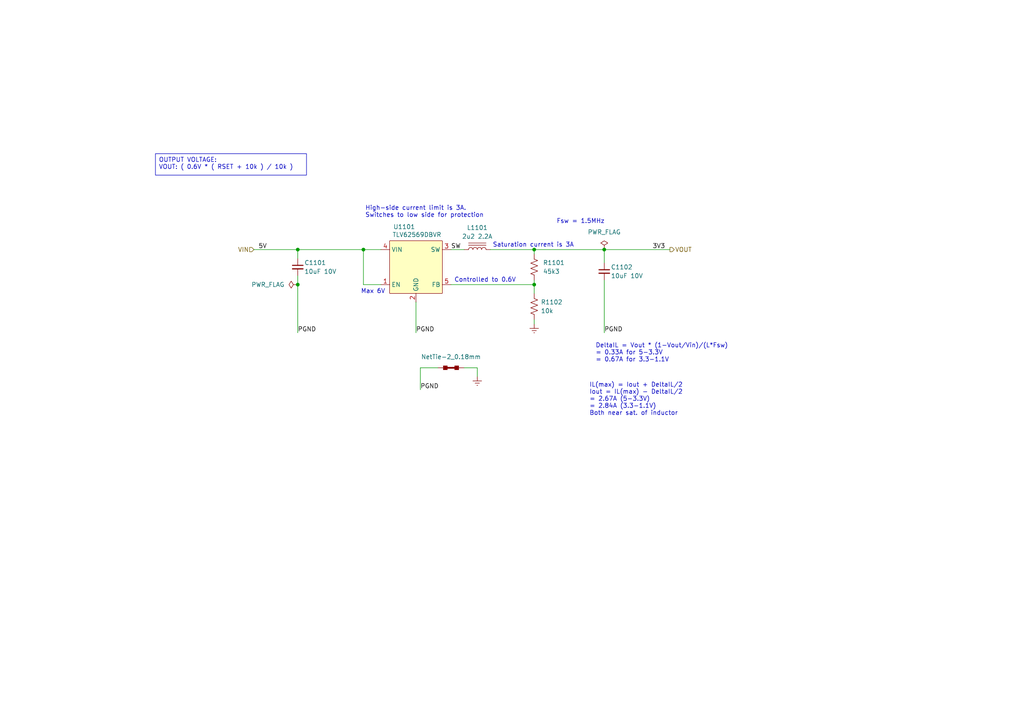
<source format=kicad_sch>
(kicad_sch (version 20250114) (generator "eeschema") (generator_version "9.0")
  (paper "A4")
  (lib_symbols
    (symbol "BR_Capacitors_0402:C_0402_10uF_10V_X5R_20%" (pin_numbers (hide yes)) (pin_names (offset 0.254) (hide yes))
      (property "Reference" "C" (at 1.016 1.778 0))
      (property "Value" "10uF 10V" (at 1.016 -1.778 0))
      (symbol "C_0402_10uF_10V_X5R_20%_0_1"
        (polyline (pts (xy -1.524 0.508) (xy 1.524 0.508)) (stroke (width 0.3048)))
        (polyline (pts (xy -1.524 -0.508) (xy 1.524 -0.508)) (stroke (width 0.3302)))
      )
      (symbol "C_0402_10uF_10V_X5R_20%_1_1"
        (pin passive line (at 0 2.54 270) (length 2.032) (name "~") (number "1"))
        (pin passive line (at 0 -2.54 90) (length 2.032) (name "~") (number "2"))
      )
    )
    (symbol "BR_IC_Regulators:TLV62569DBVR"
      (property "Reference" "U" (at 2.1941 12.7 0))
      (property "Value" "TLV62569DBVR" (at 2.1941 10.16 0))
      (symbol "TLV62569DBVR_1_1"
        (rectangle (start -7.62 7.62) (end 7.62 -7.62) (fill (type background)))
        (pin power_in line (at -10.16 5.08 0) (length 2.54) (name "VIN") (number "4"))
        (pin input line (at -10.16 -5.08 0) (length 2.54) (name "EN") (number "1"))
        (pin power_in line (at 0 -10.16 90) (length 2.54) (name "GND") (number "2"))
        (pin power_out line (at 10.16 5.08 180) (length 2.54) (name "SW") (number "3"))
        (pin input line (at 10.16 -5.08 180) (length 2.54) (name "FB") (number "5"))
      )
    )
    (symbol "BR_Inductors:L_NRS4018T2R2MDGJV" (pin_numbers (hide yes)) (pin_names (offset 0.254) (hide yes))
      (property "Reference" "L" (at -1.27 -1.27 90))
      (property "Value" "2u2 2.2A" (at 3.175 0.635 90))
      (symbol "L_NRS4018T2R2MDGJV_0_1"
        (arc (start 0 2.54) (mid 0.6158 1.905) (end 0 1.27))
        (arc (start 0.0195 1.27) (mid 0.6353 0.635) (end 0.0195 0))
        (arc (start 0.0195 0) (mid 0.6353 -0.635) (end 0.0195 -1.27))
        (arc (start 0.0195 -1.27) (mid 0.6353 -1.905) (end 0.0195 -2.54))
        (polyline (pts (xy 1.27 2.54) (xy 1.27 -2.54)))
        (polyline (pts (xy 1.905 2.54) (xy 1.905 -2.54)))
      )
      (symbol "L_NRS4018T2R2MDGJV_1_1"
        (pin passive line (at 0 3.81 270) (length 1.27) (name "~") (number "1"))
        (pin passive line (at 0 -3.81 90) (length 1.27) (name "~") (number "2"))
      )
    )
    (symbol "BR_Resistors_0201:R_0201_10k" (pin_numbers (hide yes)) (pin_names (offset 0))
      (property "Reference" "R" (at 1.524 1.27 0))
      (property "Value" "10k" (at 1.524 -1.27 0))
      (symbol "R_0201_10k_0_1"
        (polyline (pts (xy 0 2.286) (xy 0 2.54)))
        (polyline (pts (xy 0 2.286) (xy 1.016 1.905) (xy 0 1.524) (xy -1.016 1.143) (xy 0 0.762)))
        (polyline (pts (xy 0 0.762) (xy 1.016 0.381) (xy 0 0) (xy -1.016 -0.381) (xy 0 -0.762)))
        (polyline (pts (xy 0 -0.762) (xy 1.016 -1.143) (xy 0 -1.524) (xy -1.016 -1.905) (xy 0 -2.286)))
        (polyline (pts (xy 0 -2.286) (xy 0 -2.54)))
      )
      (symbol "R_0201_10k_1_1"
        (pin passive line (at 0 3.81 270) (length 1.27) (name "~") (number "1"))
        (pin passive line (at 0 -3.81 90) (length 1.27) (name "~") (number "2"))
      )
    )
    (symbol "BR_Resistors_0402:R_0402_45k3" (pin_numbers (hide yes)) (pin_names (offset 0) (hide yes))
      (property "Reference" "R" (at 1.524 1.27 0))
      (property "Value" "45k3" (at 1.524 -1.27 0))
      (symbol "R_0402_45k3_0_1"
        (polyline (pts (xy 0 2.286) (xy 0 2.54)))
        (polyline (pts (xy 0 2.286) (xy 1.016 1.905) (xy 0 1.524) (xy -1.016 1.143) (xy 0 0.762)))
        (polyline (pts (xy 0 0.762) (xy 1.016 0.381) (xy 0 0) (xy -1.016 -0.381) (xy 0 -0.762)))
        (polyline (pts (xy 0 -0.762) (xy 1.016 -1.143) (xy 0 -1.524) (xy -1.016 -1.905) (xy 0 -2.286)))
        (polyline (pts (xy 0 -2.286) (xy 0 -2.54)))
      )
      (symbol "R_0402_45k3_1_1"
        (pin passive line (at 0 3.81 270) (length 1.27) (name "~") (number "1"))
        (pin passive line (at 0 -3.81 90) (length 1.27) (name "~") (number "2"))
      )
    )
    (symbol "BR_Virtual_Parts:GND" (power) (pin_numbers (hide yes)) (pin_names (offset 0) (hide yes))
      (property "Value" "GND" (at 0 -3.556 0))
      (symbol "GND_0_1"
        (polyline (pts (xy -0.635 -1.905) (xy 0.635 -1.905)))
        (polyline (pts (xy -0.127 -2.54) (xy 0.127 -2.54)))
        (polyline (pts (xy 0 -1.27) (xy 0 0)))
        (polyline (pts (xy 1.27 -1.27) (xy -1.27 -1.27)))
      )
      (symbol "GND_1_1"
        (pin power_in line (at 0 0 270) (length 0) (hide yes) (name "GNDREF") (number "1"))
      )
    )
    (symbol "BR_Virtual_Parts:NetTie-2_0.18mm_long" (pin_numbers (hide yes)) (pin_names (offset 0)) (in_bom no)
      (property "Value" "NetTie-2_0.18mm" (at 2.54 0 90))
      (symbol "NetTie-2_0.18mm_long_0_1"
        (polyline (pts (xy 0 2.286) (xy 0 2.54)))
        (polyline (pts (xy 0 -2.286) (xy 0 -2.54)))
      )
      (symbol "NetTie-2_0.18mm_long_1_1"
        (rectangle (start -0.635 2.286) (end 0.635 1.016) (stroke (width -0.0001)) (fill (type outline)))
        (rectangle (start -0.635 -1.016) (end 0.635 -2.286) (stroke (width -0.0001)) (fill (type outline)))
        (rectangle (start -0.254 1.016) (end 0.254 -1.016) (stroke (width -0.0001)) (fill (type outline)))
        (pin passive line (at 0 3.81 270) (length 1.27) (name "~") (number "1"))
        (pin passive line (at 0 -3.81 90) (length 1.27) (name "~") (number "2"))
      )
    )
    (symbol "power:PWR_FLAG" (power) (pin_numbers (hide yes)) (pin_names (offset 0) (hide yes))
      (property "Value" "PWR_FLAG" (at 0 3.81 0))
      (symbol "PWR_FLAG_0_0"
        (pin power_out line (at 0 0 90) (length 0) (name "~") (number "1"))
      )
      (symbol "PWR_FLAG_0_1"
        (polyline (pts (xy 0 0) (xy 0 1.27) (xy -1.016 1.905) (xy 0 2.54) (xy 1.016 1.905) (xy 0 1.27)))
      )
    )
  )
  (text "DeltaIL = Vout * (1-Vout/Vin)/(L*Fsw)\n= 0.33A for 5-3.3V\n= 0.67A for 3.3-1.1V" (at 172.72 102.362 0) (effects (font (size 1.27 1.27)) (justify left)))
  (text "Fsw = 1.5MHz" (at 168.402 64.262 0) (effects (font (size 1.27 1.27))))
  (text "IL(max) = Iout + DeltaIL/2\nIout = IL(max) - DeltaIL/2\n= 2.67A (5-3.3V)\n= 2.84A (3.3-1.1V)\nBoth near sat. of inductor" (at 170.942 115.824 0) (effects (font (size 1.27 1.27)) (justify left)))
  (text "High-side current limit is 3A.\nSwitches to low side for protection" (at 105.918 61.468 0) (effects (font (size 1.27 1.27)) (justify left)))
  (text "Controlled to 0.6V" (at 140.716 81.28 0) (effects (font (size 1.27 1.27))))
  (text "Max 6V" (at 108.204 84.582 0) (effects (font (size 1.27 1.27))))
  (text "Saturation current is 3A" (at 154.686 71.12 0) (effects (font (size 1.27 1.27))))
  (text_box "OUTPUT VOLTAGE:\nVOUT: ( 0.6V * ( RSET + 10k ) / 10k )" (at 45.085 44.577 0) (size 43.815 6.223) (margins 0.9525 0.9525 0.9525 0.9525) (effects (font (size 1.27 1.27)) (justify left top)))
  (junction (at 86.36 82.55))
  (junction (at 154.94 72.39))
  (junction (at 105.41 72.39))
  (junction (at 154.94 82.55))
  (junction (at 86.36 72.39))
  (junction (at 175.26 72.39))
  (wire (pts (xy 127 106.68) (xy 121.92 106.68)))
  (wire (pts (xy 86.36 80.01) (xy 86.36 82.55)))
  (wire (pts (xy 142.24 72.39) (xy 154.94 72.39)))
  (wire (pts (xy 138.43 109.22) (xy 138.43 106.68)))
  (wire (pts (xy 154.94 72.39) (xy 154.94 73.66)))
  (wire (pts (xy 73.66 72.39) (xy 86.36 72.39)))
  (wire (pts (xy 154.94 81.28) (xy 154.94 82.55)))
  (wire (pts (xy 105.41 82.55) (xy 110.49 82.55)))
  (wire (pts (xy 86.36 82.55) (xy 86.36 96.52)))
  (wire (pts (xy 86.36 74.93) (xy 86.36 72.39)))
  (wire (pts (xy 105.41 72.39) (xy 110.49 72.39)))
  (wire (pts (xy 154.94 82.55) (xy 154.94 85.09)))
  (wire (pts (xy 130.81 72.39) (xy 134.62 72.39)))
  (wire (pts (xy 105.41 72.39) (xy 105.41 82.55)))
  (wire (pts (xy 121.92 106.68) (xy 121.92 113.03)))
  (wire (pts (xy 175.26 76.2) (xy 175.26 72.39)))
  (wire (pts (xy 154.94 92.71) (xy 154.94 93.98)))
  (wire (pts (xy 175.26 81.28) (xy 175.26 96.52)))
  (wire (pts (xy 86.36 72.39) (xy 105.41 72.39)))
  (wire (pts (xy 138.43 106.68) (xy 134.62 106.68)))
  (wire (pts (xy 130.81 82.55) (xy 154.94 82.55)))
  (wire (pts (xy 120.65 96.52) (xy 120.65 87.63)))
  (wire (pts (xy 154.94 72.39) (xy 175.26 72.39)))
  (wire (pts (xy 175.26 72.39) (xy 194.31 72.39)))
  (label "5V" (at 74.93 72.39 0))
  (label "3V3" (at 189.23 72.39 0))
  (label "PGND" (at 121.92 113.03 0))
  (label "PGND" (at 175.26 96.52 0))
  (label "PGND" (at 120.65 96.52 0))
  (label "SW" (at 130.81 72.39 0))
  (label "PGND" (at 86.36 96.52 0))
  (hierarchical_label "VIN" (shape input) (at 73.66 72.39 180))
  (hierarchical_label "VOUT" (shape output) (at 194.31 72.39 0))
  (symbol (lib_id "BR_Resistors_0201:R_0201_10k") (at 154.94 88.9 0) (unit 1)
    (property "Reference" "R1102" (at 156.845 87.6299 0) (effects (justify left)))
    (property "Value" "10k" (at 156.845 90.1699 0) (effects (justify left)))
    (property "Footprint" "BR_Passives:R_0201_0603Metric-minimized" (effects (hide yes)))
    (property "Datasheet" "https://www.yageo.com/upload/media/product/products/datasheet/rchip/PYu-RC_Group_51_RoHS_L_12.pdf" (effects (hide yes)))
    (property "Description" "10k 1% 200ppm 50mW Thick Film Resistor 0201" (effects (hide yes)))
    (property "Manufacturer" "YAGEO" (effects (hide yes)))
    (property "Manufacturer Part Num" "RC0201FR-0710KL" (effects (hide yes)))
    (property "Supplier 1" "DigiKey" (effects (hide yes)))
    (property "Supplier Part Num 1" "311-10.0KMCT-ND" (effects (hide yes)))
    (property "Supplier 2" "Mouser" (effects (hide yes)))
    (property "Supplier Part Num 2" "603-RC0201FR-0710KL" (effects (hide yes)))
    (property "Supplier 3" "JLCPCB" (effects (hide yes)))
    (property "Supplier Part Num 3" "C106225" (effects (hide yes)))
    (property "BRE Number" "BRE-000261" (effects (hide yes)))
  )
  (symbol (lib_id "power:PWR_FLAG") (at 86.36 82.55 90) (unit 1)
    (property "Reference" "#FLG01101" (effects (hide yes)))
    (property "Value" "PWR_FLAG" (at 82.55 82.5499 90) (effects (justify left)))
    (property "Description" "Special symbol for telling ERC where power comes from" (effects (hide yes)))
  )
  (symbol (lib_id "BR_Resistors_0402:R_0402_45k3") (at 154.94 77.47 0) (unit 1)
    (property "Reference" "R1101" (at 157.48 76.1999 0) (effects (justify left)))
    (property "Value" "45k3" (at 157.48 78.7399 0) (effects (justify left)))
    (property "Footprint" "BR_Passives:C_0402_1005Metric-minimized" (effects (hide yes)))
    (property "Datasheet" "https://www.yageo.com/upload/media/product/app/datasheet/rchip/pyu-rc_group_51_rohs_l.pdf" (effects (hide yes)))
    (property "Description" "45.3k 1% 100ppm 62.5mW Thick Film Resistor 0402" (effects (hide yes)))
    (property "Manufacturer" "YAGEO" (effects (hide yes)))
    (property "Manufacturer Part Num" "RC0402FR-0745K3L" (effects (hide yes)))
    (property "BRE Number" "BRE-000341" (effects (hide yes)))
    (property "Supplier 1" "DigiKey" (effects (hide yes)))
    (property "Supplier Part Num 1" "311-45.3KLRCT-ND" (effects (hide yes)))
    (property "Supplier 2" "DigiKey" (effects (hide yes)))
    (property "Supplier Part Num 2" "311-45.3KLRTR-ND" (effects (hide yes)))
    (property "Supplier 3" "JLCPCB" (effects (hide yes)))
    (property "Supplier Part Num 3" "C137977" (effects (hide yes)))
    (property "JLCPCB Part Num" "C137977" (effects (hide yes)))
  )
  (symbol (lib_id "BR_IC_Regulators:TLV62569DBVR") (at 120.65 77.47 0) (unit 1)
    (property "Reference" "U1101" (at 114.046 65.786 0) (effects (justify left)))
    (property "Value" "TLV62569DBVR" (at 113.792 68.072 0) (effects (justify left)))
    (property "Footprint" "BR_SOT:SOT-23-5_mini" (effects (hide yes)))
    (property "Datasheet" "https://www.ti.com/general/docs/suppproductinfo.tsp?distId=10&gotoUrl=https%3A%2F%2Fwww.ti.com%2Flit%2Fgpn%2Ftlv62569" (effects (hide yes)))
    (property "Description" "Buck Converter, 2.5 - 5.5V Input, 2A, 0.6 - 5.5V Output, 1.5MHz, SOT23-5 (2.9x2.8)" (effects (hide yes)))
    (property "Manufacturer" "Texas Instruments" (effects (hide yes)))
    (property "Manufacturer Part Num" "TLV62569DBVR" (effects (hide yes)))
    (property "Supplier 1" "DigiKey" (effects (hide yes)))
    (property "Supplier Part Num 1" "296-47360-1-ND" (effects (hide yes)))
    (property "Supplier 2" "Mouser" (effects (hide yes)))
    (property "Supplier Part Num 2" "595-TLV62569DBVR" (effects (hide yes)))
    (property "Supplier 3" "JLCPCB" (effects (hide yes)))
    (property "Supplier Part Num 3" "C141836" (effects (hide yes)))
    (property "BRE Number" "BRE-000206" (effects (hide yes)))
  )
  (symbol (lib_id "BR_Virtual_Parts:GND") (at 138.43 109.22 0) (unit 1)
    (property "Reference" "#PWR01101" (effects (hide yes)))
    (property "Value" "GND" (effects (hide yes)))
  )
  (symbol (lib_id "BR_Capacitors_0402:C_0402_10uF_10V_X5R_20%") (at 86.36 77.47 0) (unit 1)
    (property "Reference" "C1101" (at 88.265 76.2062 0) (effects (justify left)))
    (property "Value" "10uF 10V" (at 88.265 78.7462 0) (effects (justify left)))
    (property "Footprint" "BR_Passives:C_0402_1005Metric-minimized" (effects (hide yes)))
    (property "Datasheet" "https://mm.digikey.com/Volume0/opasdata/d220001/medias/docus/2614/CL05A106MP5NUNC_Spec.pdf" (effects (hide yes)))
    (property "Description" "10uF 10V X5R 20% Ceramic Capacitor 0402" (effects (hide yes)))
    (property "Manufacturer" "Samsung Electro-Mechanics" (effects (hide yes)))
    (property "Manufacturer Part Num" "CL05A106MP5NUNC" (effects (hide yes)))
    (property "Supplier 1" "DigiKey" (effects (hide yes)))
    (property "Supplier 2" "Mouser" (effects (hide yes)))
    (property "Supplier 3" "JLCPCB" (effects (hide yes)))
    (property "Supplier Part Num 1" "1276-1450-6-ND" (effects (hide yes)))
    (property "Supplier Part Num 2" "187-CL05A106MP5NUNC" (effects (hide yes)))
    (property "Supplier Part Num 3" "C315248" (effects (hide yes)))
    (property "BRE Number" "BRE-000015" (effects (hide yes)))
  )
  (symbol (lib_id "BR_Virtual_Parts:GND") (at 154.94 93.98 0) (unit 1)
    (property "Reference" "#PWR01102" (effects (hide yes)))
    (property "Value" "GND" (effects (hide yes)))
  )
  (symbol (lib_id "BR_Virtual_Parts:NetTie-2_0.18mm_long") (at 130.81 106.68 90) (unit 1) (in_bom no)
    (property "Reference" "NT1101" (effects (hide yes)))
    (property "Value" "NetTie-2_0.18mm" (at 130.81 103.505 90))
    (property "Footprint" "BR_Virtual_Parts:NetTie-2_SMD_Pad_0.18mm_wide_long" (effects (hide yes)))
    (property "Description" "Net Tie" (effects (hide yes)))
  )
  (symbol (lib_id "BR_Capacitors_0402:C_0402_10uF_10V_X5R_20%") (at 175.26 78.74 0) (unit 1)
    (property "Reference" "C1102" (at 177.165 77.4762 0) (effects (justify left)))
    (property "Value" "10uF 10V" (at 177.165 80.0162 0) (effects (justify left)))
    (property "Footprint" "BR_Passives:C_0402_1005Metric-minimized" (effects (hide yes)))
    (property "Datasheet" "https://mm.digikey.com/Volume0/opasdata/d220001/medias/docus/2614/CL05A106MP5NUNC_Spec.pdf" (effects (hide yes)))
    (property "Description" "10uF 10V X5R 20% Ceramic Capacitor 0402" (effects (hide yes)))
    (property "Manufacturer" "Samsung Electro-Mechanics" (effects (hide yes)))
    (property "Manufacturer Part Num" "CL05A106MP5NUNC" (effects (hide yes)))
    (property "Supplier 1" "DigiKey" (effects (hide yes)))
    (property "Supplier 2" "Mouser" (effects (hide yes)))
    (property "Supplier 3" "JLCPCB" (effects (hide yes)))
    (property "Supplier Part Num 1" "1276-1450-6-ND" (effects (hide yes)))
    (property "Supplier Part Num 2" "187-CL05A106MP5NUNC" (effects (hide yes)))
    (property "Supplier Part Num 3" "C315248" (effects (hide yes)))
    (property "BRE Number" "BRE-000015" (effects (hide yes)))
  )
  (symbol (lib_id "BR_Inductors:L_NRS4018T2R2MDGJV") (at 138.43 72.39 90) (unit 1)
    (property "Reference" "L1101" (at 138.43 66.04 90))
    (property "Value" "2u2 2.2A" (at 138.43 68.58 90))
    (property "Footprint" "BR_Inductors:L_Taiyo-Yuden_NR-4018" (effects (hide yes)))
    (property "Datasheet" "https://mm.digikey.com/Volume0/opasdata/d220001/medias/docus/664/NRS4018T2R2MDGJV_SS.pdf" (effects (hide yes)))
    (property "Description" "2.2µH 20% 2.2A 50.4mR Shielded Wirewound Inductor SMT 4x4x1.8mm" (effects (hide yes)))
    (property "Manufacturer" "Taiyo Yuden" (effects (hide yes)))
    (property "Manufacturer Part Num" "NRS4018T2R2MDGJV" (effects (hide yes)))
    (property "Supplier 1" "DigiKey" (effects (hide yes)))
    (property "Supplier Part Num 1" "587-3577-1-ND" (effects (hide yes)))
    (property "Supplier 2" "DigiKey" (effects (hide yes)))
    (property "Supplier Part Num 2" "587-3577-2-ND" (effects (hide yes)))
    (property "Supplier 3" "JLCPCB" (effects (hide yes)))
    (property "Supplier Part Num 3" "C2041550" (effects (hide yes)))
    (property "BRE Number" "BRE-000227" (effects (hide yes)))
  )
  (symbol (lib_id "power:PWR_FLAG") (at 175.26 72.39 0) (unit 1)
    (property "Reference" "#FLG01102" (effects (hide yes)))
    (property "Value" "PWR_FLAG" (at 175.26 67.31 0))
    (property "Description" "Special symbol for telling ERC where power comes from" (effects (hide yes)))
  )
)
</source>
